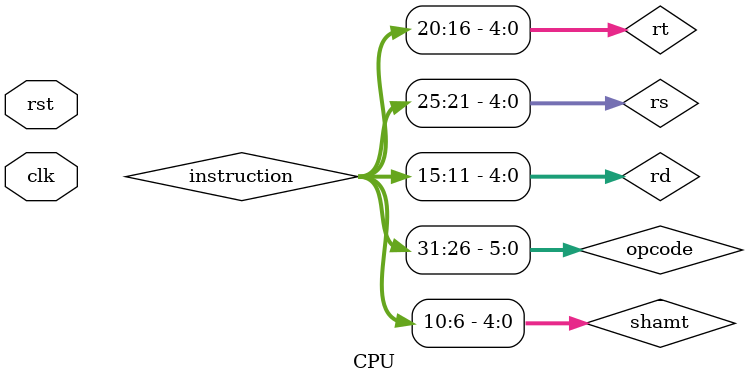
<source format=v>
module CPU (
  input wire clk,
  input wire rst
);

  // Wires for interconnecting components
  wire [31:0] pc, next_pc, instruction;
  wire [31:0] read_data1, read_data2, alu_result, mem_data_out;
  wire [31:0] write_data;
  wire [4:0] rd, rs, rt, shamt;
  wire [5:0] opcode, funct;
  wire [3:0] alu_ctrl;
  wire regWrite, memRead, memWrite;
  wire zout;

  // Instantiate Program Counter
  ProgramCounter pc_module (
    .clk(clk),
    .rst(rst),
    .next_addr(next_pc),
    .pc(pc)
  );

  // Instruction Memory
  inst_mem inst_memory (
    .addr(pc[31:0]), // Adjust for instruction memory size
    .clk(clk),
    .rst(rst),
    .instruction(instruction)
  );

  // Instruction Decode
  assign opcode = instruction[31:26];
  assign rs = instruction[25:21];
  assign rt = instruction[20:16];
  assign rd = instruction[15:11];
  assign shamt = instruction[10:6];
  assign funct = instruction[5:0];

  // Register File
  Register register_file (
    .clk(clk),
    .rst(rst),
    .Ra(rs),
    .Rb(rt),
    .Rw(rd),
    .bus_w(write_data),
    .regWrite(regWrite),
    .bus_a(read_data1),
    .bus_b(read_data2)
  );

  // ALU
  ALU alu (
    .a(read_data1),
    .b(read_data2),
    .alu_ctrl(alu_ctrl),
    .shamt(shamt),
    .result(alu_result),
    .zout(zout)
  );

  // Data Memory
  DataMemory data_memory (
    .clk(clk),
    .rst(rst),
    .addr(alu_result),
    .data_in(read_data2),
    .mem_read(memRead),
    .mem_write(memWrite),
    .data_out(mem_data_out)
  );

  // Control Unit
  ControlUnit control_unit (
    .opcode(opcode),
    .funct(funct),
    .regWrite(regWrite),
    .memRead(memRead),
    .memWrite(memWrite),
    .alu_ctrl(alu_ctrl)
  );

  // Write-back logic
  assign write_data = memRead ? mem_data_out : alu_result;

  // Next PC (basic increment, can be extended for branching)
  assign next_pc = pc + 4;

endmodule

</source>
